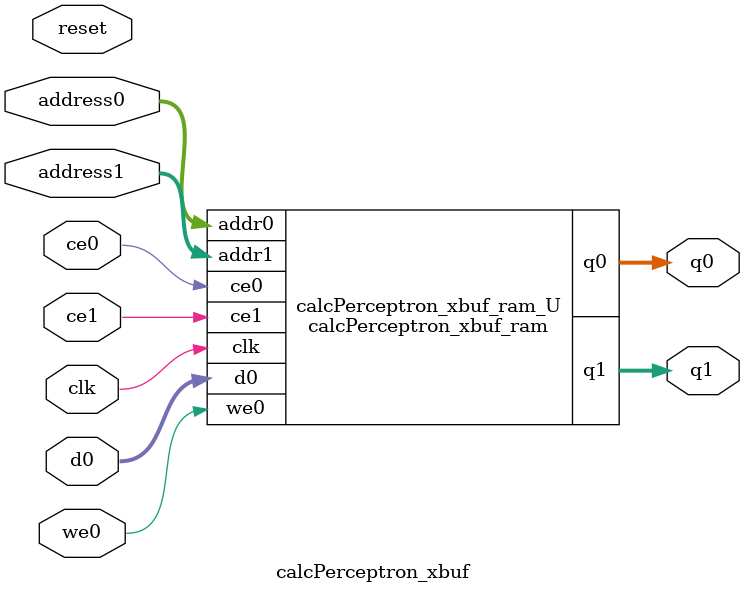
<source format=v>
`timescale 1 ns / 1 ps
module calcPerceptron_xbuf_ram (addr0, ce0, d0, we0, q0, addr1, ce1, q1,  clk);

parameter DWIDTH = 16;
parameter AWIDTH = 10;
parameter MEM_SIZE = 784;

input[AWIDTH-1:0] addr0;
input ce0;
input[DWIDTH-1:0] d0;
input we0;
output reg[DWIDTH-1:0] q0;
input[AWIDTH-1:0] addr1;
input ce1;
output reg[DWIDTH-1:0] q1;
input clk;

(* ram_style = "block" *)reg [DWIDTH-1:0] ram[0:MEM_SIZE-1];




always @(posedge clk)  
begin 
    if (ce0) begin
        if (we0) 
            ram[addr0] <= d0; 
        q0 <= ram[addr0];
    end
end


always @(posedge clk)  
begin 
    if (ce1) begin
        q1 <= ram[addr1];
    end
end


endmodule

`timescale 1 ns / 1 ps
module calcPerceptron_xbuf(
    reset,
    clk,
    address0,
    ce0,
    we0,
    d0,
    q0,
    address1,
    ce1,
    q1);

parameter DataWidth = 32'd16;
parameter AddressRange = 32'd784;
parameter AddressWidth = 32'd10;
input reset;
input clk;
input[AddressWidth - 1:0] address0;
input ce0;
input we0;
input[DataWidth - 1:0] d0;
output[DataWidth - 1:0] q0;
input[AddressWidth - 1:0] address1;
input ce1;
output[DataWidth - 1:0] q1;



calcPerceptron_xbuf_ram calcPerceptron_xbuf_ram_U(
    .clk( clk ),
    .addr0( address0 ),
    .ce0( ce0 ),
    .we0( we0 ),
    .d0( d0 ),
    .q0( q0 ),
    .addr1( address1 ),
    .ce1( ce1 ),
    .q1( q1 ));

endmodule


</source>
